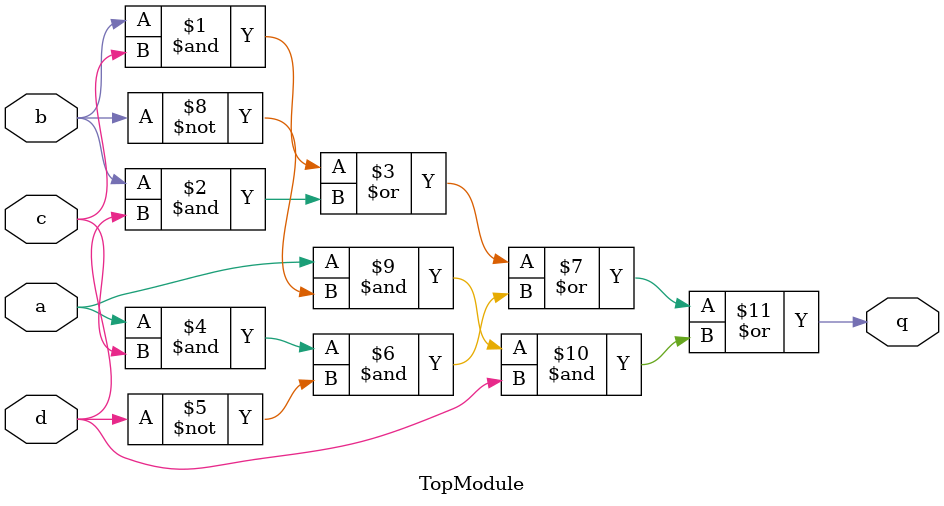
<source format=sv>
module TopModule (
    input logic a,
    input logic b,
    input logic c,
    input logic d,
    output logic q
);
    assign q = (b & c) | (b & d) | (a & c & ~d) | (a & ~b & d);
endmodule
</source>
